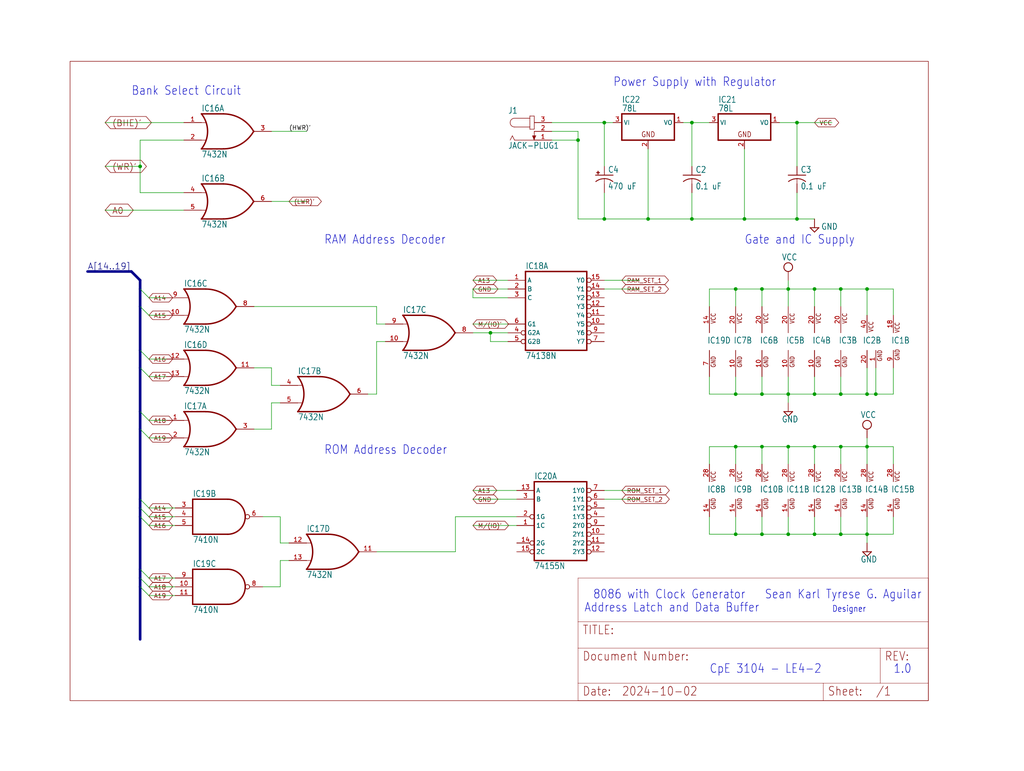
<source format=kicad_sch>
(kicad_sch (version 20231120) (generator "eeschema") (generator_version "8.0")
  (paper "User" 297.002 223.571)
  (lib_symbols
    (symbol "Aguilar_LE4-2-eagle-import:2063"
      (property "Reference" "IC" (at -0.635 -0.635 0))
      (symbol "2063_1_0"
        (pin input line (at -15.24 20.32 0) (length 5.08) (name "A0") (number "10"))
        (pin bidirectional line (at 10.16 20.32 180) (length 5.08) (name "D0") (number "11"))
        (pin bidirectional line (at 10.16 17.78 180) (length 5.08) (name "D1") (number "12"))
        (pin bidirectional line (at 10.16 15.24 180) (length 5.08) (name "D2") (number "13"))
        (pin bidirectional line (at 10.16 12.7 180) (length 5.08) (name "D3") (number "15"))
        (pin bidirectional line (at 10.16 10.16 180) (length 5.08) (name "D4") (number "16"))
        (pin bidirectional line (at 10.16 7.62 180) (length 5.08) (name "D5") (number "17"))
        (pin bidirectional line (at 10.16 5.08 180) (length 5.08) (name "D6") (number "18"))
        (pin bidirectional line (at 10.16 2.54 180) (length 5.08) (name "D7") (number "19"))
        (pin input line (at -15.24 -10.16 0) (length 5.08) (name "A12") (number "2"))
        (pin input inverted (at -15.24 -15.24 0) (length 5.08) (name "~{CS1}") (number "20"))
        (pin input line (at -15.24 -5.08 0) (length 5.08) (name "A10") (number "21"))
        (pin input inverted (at -15.24 -22.86 0) (length 5.08) (name "~{OE}") (number "22"))
        (pin input line (at -15.24 -7.62 0) (length 5.08) (name "A11") (number "23"))
        (pin input line (at -15.24 -2.54 0) (length 5.08) (name "A9") (number "24"))
        (pin input line (at -15.24 0 0) (length 5.08) (name "A8") (number "25"))
        (pin input line (at -15.24 -17.78 0) (length 5.08) (name "CS2") (number "26"))
        (pin input inverted (at -15.24 -20.32 0) (length 5.08) (name "~{WE}") (number "27"))
        (pin input line (at -15.24 2.54 0) (length 5.08) (name "A7") (number "3"))
        (pin input line (at -15.24 5.08 0) (length 5.08) (name "A6") (number "4"))
        (pin input line (at -15.24 7.62 0) (length 5.08) (name "A5") (number "5"))
        (pin input line (at -15.24 10.16 0) (length 5.08) (name "A4") (number "6"))
        (pin input line (at -15.24 12.7 0) (length 5.08) (name "A3") (number "7"))
        (pin input line (at -15.24 15.24 0) (length 5.08) (name "A2") (number "8"))
        (pin input line (at -15.24 17.78 0) (length 5.08) (name "A1") (number "9"))
      )
      (symbol "2063_2_0"
        (text "GND" (at 1.905 -5.588 900) (effects (font (size 1.27 1.0795)) (justify left bottom)))
        (text "VCC" (at 1.905 2.413 900) (effects (font (size 1.27 1.0795)) (justify left bottom)))
        (pin power_in line (at 0 -7.62 90) (length 5.08) (name "GND") (number "14"))
        (pin power_in line (at 0 7.62 270) (length 5.08) (name "VCC") (number "28"))
      )
    )
    (symbol "Aguilar_LE4-2-eagle-import:2764"
      (property "Reference" "IC" (at -0.635 -0.635 0))
      (symbol "2764_1_0"
        (pin input line (at -15.24 -22.86 0) (length 5.08) (name "VPP") (number "1"))
        (pin input line (at -15.24 20.32 0) (length 5.08) (name "A0") (number "10"))
        (pin tri_state line (at 10.16 20.32 180) (length 5.08) (name "O0") (number "11"))
        (pin tri_state line (at 10.16 17.78 180) (length 5.08) (name "O1") (number "12"))
        (pin tri_state line (at 10.16 15.24 180) (length 5.08) (name "O2") (number "13"))
        (pin tri_state line (at 10.16 12.7 180) (length 5.08) (name "O3") (number "15"))
        (pin tri_state line (at 10.16 10.16 180) (length 5.08) (name "O4") (number "16"))
        (pin tri_state line (at 10.16 7.62 180) (length 5.08) (name "O5") (number "17"))
        (pin tri_state line (at 10.16 5.08 180) (length 5.08) (name "O6") (number "18"))
        (pin tri_state line (at 10.16 2.54 180) (length 5.08) (name "O7") (number "19"))
        (pin input line (at -15.24 -10.16 0) (length 5.08) (name "A12") (number "2"))
        (pin input line (at -15.24 -15.24 0) (length 5.08) (name "~{CE}") (number "20"))
        (pin input line (at -15.24 -5.08 0) (length 5.08) (name "A10") (number "21"))
        (pin input line (at -15.24 -17.78 0) (length 5.08) (name "~{OE}") (number "22"))
        (pin input line (at -15.24 -7.62 0) (length 5.08) (name "A11") (number "23"))
        (pin input line (at -15.24 -2.54 0) (length 5.08) (name "A9") (number "24"))
        (pin input line (at -15.24 0 0) (length 5.08) (name "A8") (number "25"))
        (pin input line (at -15.24 -20.32 0) (length 5.08) (name "~{PGM}") (number "27"))
        (pin input line (at -15.24 2.54 0) (length 5.08) (name "A7") (number "3"))
        (pin input line (at -15.24 5.08 0) (length 5.08) (name "A6") (number "4"))
        (pin input line (at -15.24 7.62 0) (length 5.08) (name "A5") (number "5"))
        (pin input line (at -15.24 10.16 0) (length 5.08) (name "A4") (number "6"))
        (pin input line (at -15.24 12.7 0) (length 5.08) (name "A3") (number "7"))
        (pin input line (at -15.24 15.24 0) (length 5.08) (name "A2") (number "8"))
        (pin input line (at -15.24 17.78 0) (length 5.08) (name "A1") (number "9"))
      )
      (symbol "2764_2_0"
        (text "GND" (at 1.905 -5.588 900) (effects (font (size 1.27 1.0795)) (justify left bottom)))
        (text "VCC" (at 1.905 2.413 900) (effects (font (size 1.27 1.0795)) (justify left bottom)))
        (pin power_in line (at 0 -7.62 90) (length 5.08) (name "GND") (number "14"))
        (pin power_in line (at 0 7.62 270) (length 5.08) (name "VCC") (number "28"))
      )
    )
    (symbol "Aguilar_LE4-2-eagle-import:7410N"
      (property "Reference" "IC" (at -0.635 -0.635 0))
      (symbol "7410N_1_0"
        (pin input line (at -12.7 2.54 0) (length 5.08) (name "I0") (number "1"))
        (pin output inverted (at 12.7 0 180) (length 5.08) (name "O") (number "12"))
        (pin input line (at -12.7 -2.54 0) (length 5.08) (name "I2") (number "13"))
        (pin input line (at -12.7 0 0) (length 5.08) (name "I1") (number "2"))
      )
      (symbol "7410N_2_0"
        (pin input line (at -12.7 2.54 0) (length 5.08) (name "I0") (number "3"))
        (pin input line (at -12.7 0 0) (length 5.08) (name "I1") (number "4"))
        (pin input line (at -12.7 -2.54 0) (length 5.08) (name "I2") (number "5"))
        (pin output inverted (at 12.7 0 180) (length 5.08) (name "O") (number "6"))
      )
      (symbol "7410N_3_0"
        (pin input line (at -12.7 0 0) (length 5.08) (name "I1") (number "10"))
        (pin input line (at -12.7 -2.54 0) (length 5.08) (name "I2") (number "11"))
        (pin output inverted (at 12.7 0 180) (length 5.08) (name "O") (number "8"))
        (pin input line (at -12.7 2.54 0) (length 5.08) (name "I0") (number "9"))
      )
      (symbol "7410N_4_0"
        (text "GND" (at 1.905 -7.62 900) (effects (font (size 1.27 1.0795)) (justify left bottom)))
        (text "VCC" (at 1.905 5.08 900) (effects (font (size 1.27 1.0795)) (justify left bottom)))
        (pin power_in line (at 0 10.16 270) (length 7.62) (name "VCC") (number "14"))
        (pin power_in line (at 0 -10.16 90) (length 7.62) (name "GND") (number "7"))
      )
    )
    (symbol "Aguilar_LE4-2-eagle-import:74138N"
      (property "Reference" "IC" (at -0.635 -0.635 0))
      (symbol "74138N_1_0"
        (pin input line (at -15.24 7.62 0) (length 5.08) (name "A") (number "1"))
        (pin output inverted (at 12.7 -5.08 180) (length 5.08) (name "Y5") (number "10"))
        (pin output inverted (at 12.7 -2.54 180) (length 5.08) (name "Y4") (number "11"))
        (pin output inverted (at 12.7 0 180) (length 5.08) (name "Y3") (number "12"))
        (pin output inverted (at 12.7 2.54 180) (length 5.08) (name "Y2") (number "13"))
        (pin output inverted (at 12.7 5.08 180) (length 5.08) (name "Y1") (number "14"))
        (pin output inverted (at 12.7 7.62 180) (length 5.08) (name "Y0") (number "15"))
        (pin input line (at -15.24 5.08 0) (length 5.08) (name "B") (number "2"))
        (pin input line (at -15.24 2.54 0) (length 5.08) (name "C") (number "3"))
        (pin input inverted (at -15.24 -7.62 0) (length 5.08) (name "G2A") (number "4"))
        (pin input inverted (at -15.24 -10.16 0) (length 5.08) (name "G2B") (number "5"))
        (pin input line (at -15.24 -5.08 0) (length 5.08) (name "G1") (number "6"))
        (pin output inverted (at 12.7 -10.16 180) (length 5.08) (name "Y7") (number "7"))
        (pin output inverted (at 12.7 -7.62 180) (length 5.08) (name "Y6") (number "9"))
      )
      (symbol "74138N_2_0"
        (text "GND" (at 1.905 -7.62 900) (effects (font (size 1.27 1.0795)) (justify left bottom)))
        (text "VCC" (at 1.905 5.08 900) (effects (font (size 1.27 1.0795)) (justify left bottom)))
        (pin power_in line (at 0 10.16 270) (length 7.62) (name "VCC") (number "16"))
        (pin power_in line (at 0 -10.16 90) (length 7.62) (name "GND") (number "8"))
      )
    )
    (symbol "Aguilar_LE4-2-eagle-import:74155N"
      (property "Reference" "IC" (at -0.635 -0.635 0))
      (symbol "74155N_1_0"
        (pin input line (at -12.7 -2.54 0) (length 5.08) (name "1C") (number "1"))
        (pin output inverted (at 12.7 -5.08 180) (length 5.08) (name "2Y1") (number "10"))
        (pin output inverted (at 12.7 -7.62 180) (length 5.08) (name "2Y2") (number "11"))
        (pin output inverted (at 12.7 -10.16 180) (length 5.08) (name "2Y3") (number "12"))
        (pin input line (at -12.7 7.62 0) (length 5.08) (name "A") (number "13"))
        (pin input inverted (at -12.7 -7.62 0) (length 5.08) (name "2G") (number "14"))
        (pin input inverted (at -12.7 -10.16 0) (length 5.08) (name "2C") (number "15"))
        (pin input inverted (at -12.7 0 0) (length 5.08) (name "1G") (number "2"))
        (pin input line (at -12.7 5.08 0) (length 5.08) (name "B") (number "3"))
        (pin output inverted (at 12.7 0 180) (length 5.08) (name "1Y3") (number "4"))
        (pin output inverted (at 12.7 2.54 180) (length 5.08) (name "1Y2") (number "5"))
        (pin output inverted (at 12.7 5.08 180) (length 5.08) (name "1Y1") (number "6"))
        (pin output inverted (at 12.7 7.62 180) (length 5.08) (name "1Y0") (number "7"))
        (pin output inverted (at 12.7 -2.54 180) (length 5.08) (name "2Y0") (number "9"))
      )
      (symbol "74155N_2_0"
        (text "GND" (at 1.905 -7.62 900) (effects (font (size 1.27 1.0795)) (justify left bottom)))
        (text "VCC" (at 1.905 5.08 900) (effects (font (size 1.27 1.0795)) (justify left bottom)))
        (pin power_in line (at 0 10.16 270) (length 7.62) (name "VCC") (number "16"))
        (pin power_in line (at 0 -10.16 90) (length 7.62) (name "GND") (number "8"))
      )
    )
    (symbol "Aguilar_LE4-2-eagle-import:74245N"
      (property "Reference" "IC" (at -0.635 -0.635 0))
      (symbol "74245N_1_0"
        (pin input line (at -12.7 -10.16 0) (length 5.08) (name "DIR") (number "1"))
        (pin bidirectional line (at 12.7 -5.08 180) (length 5.08) (name "B8") (number "11"))
        (pin bidirectional line (at 12.7 -2.54 180) (length 5.08) (name "B7") (number "12"))
        (pin bidirectional line (at 12.7 0 180) (length 5.08) (name "B6") (number "13"))
        (pin bidirectional line (at 12.7 2.54 180) (length 5.08) (name "B5") (number "14"))
        (pin bidirectional line (at 12.7 5.08 180) (length 5.08) (name "B4") (number "15"))
        (pin bidirectional line (at 12.7 7.62 180) (length 5.08) (name "B3") (number "16"))
        (pin bidirectional line (at 12.7 10.16 180) (length 5.08) (name "B2") (number "17"))
        (pin bidirectional line (at 12.7 12.7 180) (length 5.08) (name "B1") (number "18"))
        (pin input inverted (at -12.7 -12.7 0) (length 5.08) (name "G") (number "19"))
        (pin bidirectional line (at -12.7 12.7 0) (length 5.08) (name "A1") (number "2"))
        (pin bidirectional line (at -12.7 10.16 0) (length 5.08) (name "A2") (number "3"))
        (pin bidirectional line (at -12.7 7.62 0) (length 5.08) (name "A3") (number "4"))
        (pin bidirectional line (at -12.7 5.08 0) (length 5.08) (name "A4") (number "5"))
        (pin bidirectional line (at -12.7 2.54 0) (length 5.08) (name "A5") (number "6"))
        (pin bidirectional line (at -12.7 0 0) (length 5.08) (name "A6") (number "7"))
        (pin bidirectional line (at -12.7 -2.54 0) (length 5.08) (name "A7") (number "8"))
        (pin bidirectional line (at -12.7 -5.08 0) (length 5.08) (name "A8") (number "9"))
      )
      (symbol "74245N_2_0"
        (text "GND" (at 1.905 -7.62 900) (effects (font (size 1.27 1.0795)) (justify left bottom)))
        (text "VCC" (at 1.905 5.08 900) (effects (font (size 1.27 1.0795)) (justify left bottom)))
        (pin power_in line (at 0 -10.16 90) (length 7.62) (name "GND") (number "10"))
        (pin power_in line (at 0 10.16 270) (length 7.62) (name "VCC") (number "20"))
      )
    )
    (symbol "Aguilar_LE4-2-eagle-import:7432N"
      (property "Reference" "IC" (at -0.635 -0.635 0))
      (symbol "7432N_1_0"
        (pin input line (at -12.7 2.54 0) (length 5.08) (name "I0") (number "1"))
        (pin input line (at -12.7 -2.54 0) (length 5.08) (name "I1") (number "2"))
        (pin output line (at 12.7 0 180) (length 5.08) (name "O") (number "3"))
      )
      (symbol "7432N_2_0"
        (pin input line (at -12.7 2.54 0) (length 5.08) (name "I0") (number "4"))
        (pin input line (at -12.7 -2.54 0) (length 5.08) (name "I1") (number "5"))
        (pin output line (at 12.7 0 180) (length 5.08) (name "O") (number "6"))
      )
      (symbol "7432N_3_0"
        (pin input line (at -12.7 -2.54 0) (length 5.08) (name "I1") (number "10"))
        (pin output line (at 12.7 0 180) (length 5.08) (name "O") (number "8"))
        (pin input line (at -12.7 2.54 0) (length 5.08) (name "I0") (number "9"))
      )
      (symbol "7432N_4_0"
        (pin output line (at 12.7 0 180) (length 5.08) (name "O") (number "11"))
        (pin input line (at -12.7 2.54 0) (length 5.08) (name "I0") (number "12"))
        (pin input line (at -12.7 -2.54 0) (length 5.08) (name "I1") (number "13"))
      )
      (symbol "7432N_5_0"
        (text "GND" (at 1.905 -7.62 900) (effects (font (size 1.27 1.0795)) (justify left bottom)))
        (text "VCC" (at 1.905 5.08 900) (effects (font (size 1.27 1.0795)) (justify left bottom)))
        (pin power_in line (at 0 10.16 270) (length 7.62) (name "VCC") (number "14"))
        (pin power_in line (at 0 -10.16 90) (length 7.62) (name "GND") (number "7"))
      )
    )
    (symbol "Aguilar_LE4-2-eagle-import:74373N"
      (property "Reference" "IC" (at -0.635 -0.635 0))
      (symbol "74373N_1_0"
        (pin input inverted (at -12.7 -10.16 0) (length 5.08) (name "OC") (number "1"))
        (pin input line (at -12.7 -12.7 0) (length 5.08) (name "ENC") (number "11"))
        (pin tri_state line (at 12.7 2.54 180) (length 5.08) (name "5Q") (number "12"))
        (pin input line (at -12.7 2.54 0) (length 5.08) (name "5D") (number "13"))
        (pin input line (at -12.7 0 0) (length 5.08) (name "6D") (number "14"))
        (pin tri_state line (at 12.7 0 180) (length 5.08) (name "6Q") (number "15"))
        (pin tri_state line (at 12.7 -2.54 180) (length 5.08) (name "7Q") (number "16"))
        (pin input line (at -12.7 -2.54 0) (length 5.08) (name "7D") (number "17"))
        (pin input line (at -12.7 -5.08 0) (length 5.08) (name "8D") (number "18"))
        (pin tri_state line (at 12.7 -5.08 180) (length 5.08) (name "8Q") (number "19"))
        (pin tri_state line (at 12.7 12.7 180) (length 5.08) (name "1Q") (number "2"))
        (pin input line (at -12.7 12.7 0) (length 5.08) (name "1D") (number "3"))
        (pin input line (at -12.7 10.16 0) (length 5.08) (name "2D") (number "4"))
        (pin tri_state line (at 12.7 10.16 180) (length 5.08) (name "2Q") (number "5"))
        (pin tri_state line (at 12.7 7.62 180) (length 5.08) (name "3Q") (number "6"))
        (pin input line (at -12.7 7.62 0) (length 5.08) (name "3D") (number "7"))
        (pin input line (at -12.7 5.08 0) (length 5.08) (name "4D") (number "8"))
        (pin tri_state line (at 12.7 5.08 180) (length 5.08) (name "4Q") (number "9"))
      )
      (symbol "74373N_2_0"
        (text "GND" (at 1.905 -7.62 900) (effects (font (size 1.27 1.0795)) (justify left bottom)))
        (text "VCC" (at 1.905 5.08 900) (effects (font (size 1.27 1.0795)) (justify left bottom)))
        (pin power_in line (at 0 -10.16 90) (length 7.62) (name "GND") (number "10"))
        (pin power_in line (at 0 10.16 270) (length 7.62) (name "VCC") (number "20"))
      )
    )
    (symbol "Aguilar_LE4-2-eagle-import:78L"
      (property "Reference" "IC" (at -7.62 5.715 0))
      (symbol "78L_1_0"
        (text "GND" (at -2.032 -4.318 0) (effects (font (size 1.524 1.2954)) (justify left bottom)))
        (pin passive line (at 10.16 0 180) (length 2.54) (name "VO") (number "1"))
        (pin passive line (at 0 -7.62 90) (length 2.54) (name "GND") (number "2"))
        (pin input line (at -10.16 0 0) (length 2.54) (name "VI") (number "3"))
      )
    )
    (symbol "Aguilar_LE4-2-eagle-import:8086"
      (property "Reference" "IC" (at -1.27 -0.635 0))
      (symbol "8086_1_0"
        (pin bidirectional line (at -15.24 7.62 0) (length 5.08) (name "AD6") (number "10"))
        (pin bidirectional line (at -15.24 10.16 0) (length 5.08) (name "AD5") (number "11"))
        (pin bidirectional line (at -15.24 12.7 0) (length 5.08) (name "AD4") (number "12"))
        (pin bidirectional line (at -15.24 15.24 0) (length 5.08) (name "AD3") (number "13"))
        (pin bidirectional line (at -15.24 17.78 0) (length 5.08) (name "AD2") (number "14"))
        (pin bidirectional line (at -15.24 20.32 0) (length 5.08) (name "AD1") (number "15"))
        (pin bidirectional line (at -15.24 22.86 0) (length 5.08) (name "AD0") (number "16"))
        (pin input line (at -15.24 -27.94 0) (length 5.08) (name "NMI") (number "17"))
        (pin input line (at -15.24 -22.86 0) (length 5.08) (name "INTR") (number "18"))
        (pin input line (at -15.24 -30.48 0) (length 5.08) (name "CLK") (number "19"))
        (pin bidirectional line (at -15.24 -12.7 0) (length 5.08) (name "AD14") (number "2"))
        (pin input line (at -15.24 -35.56 0) (length 5.08) (name "RESET") (number "21"))
        (pin input line (at -15.24 -20.32 0) (length 5.08) (name "READY") (number "22"))
        (pin input line (at -15.24 -25.4 0) (length 5.08) (name "~{TEST}") (number "23"))
        (pin output line (at 15.24 -27.94 180) (length 5.08) (name "QS1") (number "24"))
        (pin output line (at 15.24 -25.4 180) (length 5.08) (name "QS0") (number "25"))
        (pin output line (at 15.24 2.54 180) (length 5.08) (name "~{S0}") (number "26"))
        (pin output line (at 15.24 0 180) (length 5.08) (name "~{S1}") (number "27"))
        (pin output line (at 15.24 -2.54 180) (length 5.08) (name "~{S2}") (number "28"))
        (pin output line (at 15.24 -22.86 180) (length 5.08) (name "~{LOCK}") (number "29"))
        (pin bidirectional line (at -15.24 -10.16 0) (length 5.08) (name "AD13") (number "3"))
        (pin bidirectional line (at 15.24 20.32 180) (length 5.08) (name "~{RQ}/~{GT1}") (number "30"))
        (pin bidirectional line (at 15.24 22.86 180) (length 5.08) (name "~{RQ}/~{GT0}") (number "31"))
        (pin output line (at 15.24 -20.32 180) (length 5.08) (name "~{RD}") (number "32"))
        (pin input line (at -15.24 -33.02 0) (length 5.08) (name "MN/~{MX}") (number "33"))
        (pin output line (at 15.24 -17.78 180) (length 5.08) (name "~{BHE}/S7") (number "34"))
        (pin output line (at 15.24 7.62 180) (length 5.08) (name "A19/S6") (number "35"))
        (pin output line (at 15.24 10.16 180) (length 5.08) (name "A18/S5") (number "36"))
        (pin output line (at 15.24 12.7 180) (length 5.08) (name "A17/S4") (number "37"))
        (pin output line (at 15.24 15.24 180) (length 5.08) (name "A16/S3") (number "38"))
        (pin bidirectional line (at -15.24 -15.24 0) (length 5.08) (name "AD15") (number "39"))
        (pin bidirectional line (at -15.24 -7.62 0) (length 5.08) (name "AD12") (number "4"))
        (pin bidirectional line (at -15.24 -5.08 0) (length 5.08) (name "AD11") (number "5"))
        (pin bidirectional line (at -15.24 -2.54 0) (length 5.08) (name "AD10") (number "6"))
        (pin bidirectional line (at -15.24 0 0) (length 5.08) (name "AD9") (number "7"))
        (pin bidirectional line (at -15.24 2.54 0) (length 5.08) (name "AD8") (number "8"))
        (pin bidirectional line (at -15.24 5.08 0) (length 5.08) (name "AD7") (number "9"))
      )
      (symbol "8086_2_0"
        (text "GND" (at 4.445 -5.842 900) (effects (font (size 1.27 1.0795)) (justify left bottom)))
        (text "VCC" (at 1.905 2.667 900) (effects (font (size 1.27 1.0795)) (justify left bottom)))
        (pin power_in line (at 2.54 -7.62 90) (length 5.08) (name "GND@1") (number "1"))
        (pin power_in line (at 0 -7.62 90) (length 5.08) (name "GND") (number "20"))
        (pin power_in line (at 0 7.62 270) (length 5.08) (name "VCC") (number "40"))
      )
    )
    (symbol "Aguilar_LE4-2-eagle-import:8284-B"
      (property "Reference" "IC" (at -0.635 -0.635 0))
      (symbol "8284-B_1_0"
        (pin input line (at -15.24 -2.54 0) (length 5.08) (name "CSYNC") (number "1"))
        (pin output line (at 15.24 -20.32 180) (length 5.08) (name "RESET") (number "10"))
        (pin input line (at -15.24 -20.32 0) (length 5.08) (name "~{RES}") (number "11"))
        (pin output line (at 15.24 -15.24 180) (length 5.08) (name "OSC") (number "12"))
        (pin input line (at -15.24 -15.24 0) (length 5.08) (name "F/~{C}") (number "13"))
        (pin input line (at -15.24 -17.78 0) (length 5.08) (name "EFI") (number "14"))
        (pin input line (at -15.24 0 0) (length 5.08) (name "~{ASYNC}") (number "15"))
        (pin input line (at -15.24 -10.16 0) (length 5.08) (name "X2") (number "16"))
        (pin input line (at -15.24 -7.62 0) (length 5.08) (name "X1") (number "17"))
        (pin output line (at 15.24 -12.7 180) (length 5.08) (name "PCLK") (number "2"))
        (pin input line (at -15.24 15.24 0) (length 5.08) (name "~{AEN1}") (number "3"))
        (pin input line (at -15.24 7.62 0) (length 5.08) (name "RDY1") (number "4"))
        (pin output line (at 15.24 -7.62 180) (length 5.08) (name "READY") (number "5"))
        (pin input line (at -15.24 5.08 0) (length 5.08) (name "RDY2") (number "6"))
        (pin input line (at -15.24 12.7 0) (length 5.08) (name "~{AEN2}") (number "7"))
        (pin output line (at 15.24 -10.16 180) (length 5.08) (name "CLK") (number "8"))
      )
      (symbol "8284-B_2_0"
        (text "GND" (at 1.905 -5.588 900) (effects (font (size 1.27 1.0795)) (justify left bottom)))
        (text "VCC" (at 1.905 2.413 900) (effects (font (size 1.27 1.0795)) (justify left bottom)))
        (pin power_in line (at 0 7.62 270) (length 5.08) (name "VCC") (number "18"))
        (pin power_in line (at 0 -7.62 90) (length 5.08) (name "GND") (number "9"))
      )
    )
    (symbol "Aguilar_LE4-2-eagle-import:C-US025-025X050"
      (property "Reference" "C" (at 1.016 0.635 0))
      (symbol "C-US025-025X050_1_0"
        (pin passive line (at 0 2.54 270) (length 2.54) (name "1") (number "1"))
        (pin passive line (at 0 -5.08 90) (length 2.54) (name "2") (number "2"))
      )
    )
    (symbol "Aguilar_LE4-2-eagle-import:CPOL-USE1.8-4"
      (property "Reference" "C" (at 1.016 0.635 0))
      (symbol "CPOL-USE1.8-4_1_0"
        (pin passive line (at 0 2.54 270) (length 2.54) (name "+") (number "+"))
        (pin passive line (at 0 -5.08 90) (length 2.54) (name "-") (number "-"))
      )
    )
    (symbol "Aguilar_LE4-2-eagle-import:GND" (power)
      (symbol "GND_1_0"
        (pin power_in line (at 0 2.54 270) (length 2.54) (name "GND") (number "1"))
      )
    )
    (symbol "Aguilar_LE4-2-eagle-import:JACK-PLUG1"
      (property "Reference" "J" (at -7.62 5.08 0))
      (symbol "JACK-PLUG1_1_0"
        (pin passive line (at 5.08 -2.54 180) (length 5.08) (name "1") (number "1"))
        (pin passive line (at 5.08 0 180) (length 5.08) (name "2") (number "2"))
        (pin passive line (at 5.08 2.54 180) (length 5.08) (name "3") (number "3"))
      )
    )
    (symbol "Aguilar_LE4-2-eagle-import:LETTER_L"
      (symbol "LETTER_L_2_0"
        (text "${#}/${##}" (at 86.36 1.27 0) (effects (font (size 2.54 2.159)) (justify left bottom)))
        (text "${PROJECTNAME}" (at 17.78 19.05 0) (effects (font (size 2.54 2.159)) (justify left bottom)))
        (text "2024-10-02" (at 12.7 1.27 0) (effects (font (size 2.54 2.159)) (justify left bottom)))
        (text "Date:" (at 1.27 1.27 0) (effects (font (size 2.54 2.159)) (justify left bottom)))
        (text "Document Number:" (at 1.27 11.43 0) (effects (font (size 2.54 2.159)) (justify left bottom)))
        (text "REV:" (at 88.9 11.43 0) (effects (font (size 2.54 2.159)) (justify left bottom)))
        (text "Sheet:" (at 72.39 1.27 0) (effects (font (size 2.54 2.159)) (justify left bottom)))
        (text "TITLE:" (at 1.27 19.05 0) (effects (font (size 2.54 2.159)) (justify left bottom)))
      )
    )
    (symbol "Aguilar_LE4-2-eagle-import:VCC" (power)
      (symbol "VCC_1_0"
        (pin power_in line (at 0 -2.54 90) (length 2.54) (name "VCC") (number "1"))
      )
    )
    (symbol "LETTER_L_1"
      (symbol "LETTER_L_1_2_0"
        (text "${#}/${##}" (at 86.36 1.27 0) (effects (font (size 2.54 2.159)) (justify left bottom)))
        (text "${PROJECTNAME}" (at 17.78 19.05 0) (effects (font (size 2.54 2.159)) (justify left bottom)))
        (text "2024-10-02" (at 12.7 1.27 0) (effects (font (size 2.54 2.159)) (justify left bottom)))
        (text "Date:" (at 1.27 1.27 0) (effects (font (size 2.54 2.159)) (justify left bottom)))
        (text "Document Number:" (at 1.27 11.43 0) (effects (font (size 2.54 2.159)) (justify left bottom)))
        (text "REV:" (at 88.9 11.43 0) (effects (font (size 2.54 2.159)) (justify left bottom)))
        (text "Sheet:" (at 72.39 1.27 0) (effects (font (size 2.54 2.159)) (justify left bottom)))
        (text "TITLE:" (at 1.27 19.05 0) (effects (font (size 2.54 2.159)) (justify left bottom)))
      )
    )
  )
  (junction (at 236.22 83.82))
  (junction (at 167.64 40.64))
  (junction (at 220.98 154.94))
  (junction (at 243.84 114.3))
  (junction (at 142.24 96.52))
  (junction (at 220.98 83.82))
  (junction (at 213.36 154.94))
  (junction (at 200.66 35.56))
  (junction (at 228.6 114.3))
  (junction (at 175.26 35.56))
  (junction (at 251.46 129.54))
  (junction (at 236.22 114.3))
  (junction (at 243.84 83.82))
  (junction (at 228.6 83.82))
  (junction (at 200.66 63.5))
  (junction (at 251.46 114.3))
  (junction (at 251.46 83.82))
  (junction (at 231.14 35.56))
  (junction (at 213.36 129.54))
  (junction (at 175.26 63.5))
  (junction (at 213.36 114.3))
  (junction (at 254 114.3))
  (junction (at 243.84 154.94))
  (junction (at 243.84 129.54))
  (junction (at 228.6 154.94))
  (junction (at 228.6 129.54))
  (junction (at 215.9 63.5))
  (junction (at 231.14 63.5))
  (junction (at 220.98 129.54))
  (junction (at 220.98 114.3))
  (junction (at 213.36 83.82))
  (junction (at 187.96 63.5))
  (junction (at 236.22 129.54))
  (junction (at 236.22 154.94))
  (junction (at 251.46 154.94))
  (junction (at 40.64 48.26))
  (bus_entry (at 43.18 121.92) (size -2.54 -2.54))
  (bus_entry (at 43.18 86.36) (size -2.54 -2.54))
  (bus_entry (at 43.18 109.22) (size -2.54 -2.54))
  (bus_entry (at 43.18 170.18) (size -2.54 -2.54))
  (bus_entry (at 43.18 152.4) (size -2.54 -2.54))
  (bus_entry (at 43.18 147.32) (size -2.54 -2.54))
  (bus_entry (at 43.18 172.72) (size -2.54 -2.54))
  (bus_entry (at 43.18 91.44) (size -2.54 -2.54))
  (bus_entry (at 43.18 149.86) (size -2.54 -2.54))
  (bus_entry (at 43.18 167.64) (size -2.54 -2.54))
  (bus_entry (at 43.18 104.14) (size -2.54 -2.54))
  (bus_entry (at 43.18 127) (size -2.54 -2.54))
  (wire (pts (xy 81.28 162.56) (xy 83.82 162.56)) (stroke (width 0.1524)))
  (wire (pts (xy 50.8 167.64) (xy 43.18 167.64)) (stroke (width 0.1524)))
  (wire (pts (xy 175.26 144.78) (xy 185.42 144.78)) (stroke (width 0.1524)))
  (wire (pts (xy 243.84 154.94) (xy 251.46 154.94)) (stroke (width 0.1524)))
  (wire (pts (xy 40.64 55.88) (xy 40.64 48.26)) (stroke (width 0.1524)))
  (wire (pts (xy 48.26 104.14) (xy 43.18 104.14)) (stroke (width 0.1524)))
  (wire (pts (xy 220.98 129.54) (xy 220.98 134.62)) (stroke (width 0.1524)))
  (wire (pts (xy 81.28 149.86) (xy 81.28 157.48)) (stroke (width 0.1524)))
  (wire (pts (xy 251.46 154.94) (xy 251.46 149.86)) (stroke (width 0.1524)))
  (wire (pts (xy 160.02 40.64) (xy 167.64 40.64)) (stroke (width 0.1524)))
  (bus (pts (xy 40.64 149.86) (xy 40.64 165.1)) (stroke (width 0.762)))
  (wire (pts (xy 187.96 63.5) (xy 175.26 63.5)) (stroke (width 0.1524)))
  (wire (pts (xy 198.12 35.56) (xy 200.66 35.56)) (stroke (width 0.1524)))
  (wire (pts (xy 187.96 43.18) (xy 187.96 63.5)) (stroke (width 0.1524)))
  (wire (pts (xy 213.36 83.82) (xy 220.98 83.82)) (stroke (width 0.1524)))
  (wire (pts (xy 137.16 96.52) (xy 142.24 96.52)) (stroke (width 0.1524)))
  (wire (pts (xy 251.46 154.94) (xy 259.08 154.94)) (stroke (width 0.1524)))
  (wire (pts (xy 226.06 35.56) (xy 231.14 35.56)) (stroke (width 0.1524)))
  (wire (pts (xy 205.74 154.94) (xy 213.36 154.94)) (stroke (width 0.1524)))
  (bus (pts (xy 40.64 167.64) (xy 40.64 170.18)) (stroke (width 0.762)))
  (bus (pts (xy 40.64 119.38) (xy 40.64 124.46)) (stroke (width 0.762)))
  (wire (pts (xy 48.26 109.22) (xy 43.18 109.22)) (stroke (width 0.1524)))
  (wire (pts (xy 40.64 48.26) (xy 40.64 40.64)) (stroke (width 0.1524)))
  (wire (pts (xy 228.6 154.94) (xy 236.22 154.94)) (stroke (width 0.1524)))
  (wire (pts (xy 228.6 114.3) (xy 236.22 114.3)) (stroke (width 0.1524)))
  (wire (pts (xy 53.34 55.88) (xy 40.64 55.88)) (stroke (width 0.1524)))
  (wire (pts (xy 50.8 152.4) (xy 43.18 152.4)) (stroke (width 0.1524)))
  (wire (pts (xy 231.14 63.5) (xy 236.22 63.5)) (stroke (width 0.1524)))
  (wire (pts (xy 40.64 40.64) (xy 53.34 40.64)) (stroke (width 0.1524)))
  (wire (pts (xy 109.22 160.02) (xy 132.08 160.02)) (stroke (width 0.1524)))
  (wire (pts (xy 137.16 86.36) (xy 147.32 86.36)) (stroke (width 0.1524)))
  (wire (pts (xy 213.36 129.54) (xy 220.98 129.54)) (stroke (width 0.1524)))
  (wire (pts (xy 220.98 129.54) (xy 228.6 129.54)) (stroke (width 0.1524)))
  (wire (pts (xy 236.22 83.82) (xy 236.22 88.9)) (stroke (width 0.1524)))
  (wire (pts (xy 205.74 149.86) (xy 205.74 154.94)) (stroke (width 0.1524)))
  (wire (pts (xy 147.32 81.28) (xy 137.16 81.28)) (stroke (width 0.1524)))
  (wire (pts (xy 142.24 96.52) (xy 142.24 99.06)) (stroke (width 0.1524)))
  (wire (pts (xy 78.74 38.1) (xy 88.9 38.1)) (stroke (width 0.1524)))
  (wire (pts (xy 220.98 154.94) (xy 228.6 154.94)) (stroke (width 0.1524)))
  (wire (pts (xy 167.64 38.1) (xy 167.64 40.64)) (stroke (width 0.1524)))
  (wire (pts (xy 243.84 83.82) (xy 243.84 88.9)) (stroke (width 0.1524)))
  (wire (pts (xy 236.22 83.82) (xy 243.84 83.82)) (stroke (width 0.1524)))
  (wire (pts (xy 220.98 83.82) (xy 228.6 83.82)) (stroke (width 0.1524)))
  (wire (pts (xy 254 114.3) (xy 259.08 114.3)) (stroke (width 0.1524)))
  (wire (pts (xy 236.22 129.54) (xy 236.22 134.62)) (stroke (width 0.1524)))
  (wire (pts (xy 220.98 154.94) (xy 220.98 149.86)) (stroke (width 0.1524)))
  (wire (pts (xy 251.46 83.82) (xy 251.46 91.44)) (stroke (width 0.1524)))
  (wire (pts (xy 175.26 55.88) (xy 175.26 63.5)) (stroke (width 0.1524)))
  (wire (pts (xy 220.98 114.3) (xy 228.6 114.3)) (stroke (width 0.1524)))
  (wire (pts (xy 149.86 142.24) (xy 137.16 142.24)) (stroke (width 0.1524)))
  (wire (pts (xy 243.84 83.82) (xy 251.46 83.82)) (stroke (width 0.1524)))
  (wire (pts (xy 213.36 88.9) (xy 213.36 83.82)) (stroke (width 0.1524)))
  (wire (pts (xy 231.14 35.56) (xy 241.3 35.56)) (stroke (width 0.1524)))
  (wire (pts (xy 175.26 48.26) (xy 175.26 35.56)) (stroke (width 0.1524)))
  (wire (pts (xy 205.74 83.82) (xy 205.74 88.9)) (stroke (width 0.1524)))
  (wire (pts (xy 50.8 172.72) (xy 43.18 172.72)) (stroke (width 0.1524)))
  (bus (pts (xy 40.64 124.46) (xy 40.64 144.78)) (stroke (width 0.762)))
  (wire (pts (xy 213.36 129.54) (xy 213.36 134.62)) (stroke (width 0.1524)))
  (bus (pts (xy 40.64 88.9) (xy 40.64 101.6)) (stroke (width 0.762)))
  (wire (pts (xy 73.66 88.9) (xy 109.22 88.9)) (stroke (width 0.1524)))
  (wire (pts (xy 78.74 58.42) (xy 88.9 58.42)) (stroke (width 0.1524)))
  (wire (pts (xy 259.08 154.94) (xy 259.08 149.86)) (stroke (width 0.1524)))
  (wire (pts (xy 243.84 129.54) (xy 243.84 134.62)) (stroke (width 0.1524)))
  (wire (pts (xy 40.64 48.26) (xy 30.48 48.26)) (stroke (width 0.1524)))
  (wire (pts (xy 243.84 129.54) (xy 251.46 129.54)) (stroke (width 0.1524)))
  (wire (pts (xy 137.16 83.82) (xy 137.16 86.36)) (stroke (width 0.1524)))
  (wire (pts (xy 236.22 154.94) (xy 243.84 154.94)) (stroke (width 0.1524)))
  (wire (pts (xy 76.2 170.18) (xy 81.28 170.18)) (stroke (width 0.1524)))
  (wire (pts (xy 175.26 83.82) (xy 185.42 83.82)) (stroke (width 0.1524)))
  (wire (pts (xy 251.46 127) (xy 251.46 129.54)) (stroke (width 0.1524)))
  (wire (pts (xy 228.6 129.54) (xy 236.22 129.54)) (stroke (width 0.1524)))
  (wire (pts (xy 231.14 35.56) (xy 231.14 48.26)) (stroke (width 0.1524)))
  (wire (pts (xy 160.02 35.56) (xy 175.26 35.56)) (stroke (width 0.1524)))
  (wire (pts (xy 205.74 109.22) (xy 205.74 114.3)) (stroke (width 0.1524)))
  (wire (pts (xy 236.22 154.94) (xy 236.22 149.86)) (stroke (width 0.1524)))
  (bus (pts (xy 40.64 165.1) (xy 40.64 167.64)) (stroke (width 0.762)))
  (wire (pts (xy 228.6 129.54) (xy 228.6 134.62)) (stroke (width 0.1524)))
  (wire (pts (xy 78.74 106.68) (xy 78.74 111.76)) (stroke (width 0.1524)))
  (wire (pts (xy 213.36 83.82) (xy 205.74 83.82)) (stroke (width 0.1524)))
  (wire (pts (xy 167.64 40.64) (xy 167.64 63.5)) (stroke (width 0.1524)))
  (wire (pts (xy 243.84 114.3) (xy 243.84 109.22)) (stroke (width 0.1524)))
  (wire (pts (xy 48.26 86.36) (xy 43.18 86.36)) (stroke (width 0.1524)))
  (bus (pts (xy 40.64 81.28) (xy 40.64 83.82)) (stroke (width 0.762)))
  (wire (pts (xy 254 114.3) (xy 254 106.68)) (stroke (width 0.1524)))
  (wire (pts (xy 73.66 124.46) (xy 78.74 124.46)) (stroke (width 0.1524)))
  (wire (pts (xy 109.22 114.3) (xy 109.22 99.06)) (stroke (width 0.1524)))
  (wire (pts (xy 147.32 93.98) (xy 137.16 93.98)) (stroke (width 0.1524)))
  (wire (pts (xy 213.36 154.94) (xy 220.98 154.94)) (stroke (width 0.1524)))
  (wire (pts (xy 215.9 43.18) (xy 215.9 63.5)) (stroke (width 0.1524)))
  (wire (pts (xy 175.26 35.56) (xy 177.8 35.56)) (stroke (width 0.1524)))
  (wire (pts (xy 220.98 114.3) (xy 220.98 109.22)) (stroke (width 0.1524)))
  (wire (pts (xy 251.46 129.54) (xy 259.08 129.54)) (stroke (width 0.1524)))
  (wire (pts (xy 50.8 147.32) (xy 43.18 147.32)) (stroke (width 0.1524)))
  (bus (pts (xy 40.64 106.68) (xy 40.64 119.38)) (stroke (width 0.762)))
  (wire (pts (xy 228.6 116.84) (xy 228.6 114.3)) (stroke (width 0.1524)))
  (wire (pts (xy 53.34 60.96) (xy 30.48 60.96)) (stroke (width 0.1524)))
  (wire (pts (xy 231.14 63.5) (xy 231.14 55.88)) (stroke (width 0.1524)))
  (wire (pts (xy 50.8 170.18) (xy 43.18 170.18)) (stroke (width 0.1524)))
  (wire (pts (xy 73.66 106.68) (xy 78.74 106.68)) (stroke (width 0.1524)))
  (wire (pts (xy 81.28 157.48) (xy 83.82 157.48)) (stroke (width 0.1524)))
  (bus (pts (xy 40.64 101.6) (xy 40.64 106.68)) (stroke (width 0.762)))
  (wire (pts (xy 200.66 63.5) (xy 187.96 63.5)) (stroke (width 0.1524)))
  (wire (pts (xy 48.26 91.44) (xy 43.18 91.44)) (stroke (width 0.1524)))
  (wire (pts (xy 53.34 35.56) (xy 30.48 35.56)) (stroke (width 0.1524)))
  (wire (pts (xy 142.24 99.06) (xy 147.32 99.06)) (stroke (width 0.1524)))
  (wire (pts (xy 228.6 83.82) (xy 236.22 83.82)) (stroke (width 0.1524)))
  (wire (pts (xy 243.84 114.3) (xy 251.46 114.3)) (stroke (width 0.1524)))
  (wire (pts (xy 109.22 93.98) (xy 111.76 93.98)) (stroke (width 0.1524)))
  (wire (pts (xy 48.26 121.92) (xy 43.18 121.92)) (stroke (width 0.1524)))
  (wire (pts (xy 132.08 160.02) (xy 132.08 149.86)) (stroke (width 0.1524)))
  (wire (pts (xy 106.68 114.3) (xy 109.22 114.3)) (stroke (width 0.1524)))
  (wire (pts (xy 213.36 154.94) (xy 213.36 149.86)) (stroke (width 0.1524)))
  (wire (pts (xy 109.22 88.9) (xy 109.22 93.98)) (stroke (width 0.1524)))
  (bus (pts (xy 25.4 78.74) (xy 38.1 78.74)) (stroke (width 0.762)))
  (wire (pts (xy 48.26 127) (xy 43.18 127)) (stroke (width 0.1524)))
  (wire (pts (xy 78.74 124.46) (xy 78.74 116.84)) (stroke (width 0.1524)))
  (wire (pts (xy 259.08 129.54) (xy 259.08 134.62)) (stroke (width 0.1524)))
  (wire (pts (xy 228.6 81.28) (xy 228.6 83.82)) (stroke (width 0.1524)))
  (wire (pts (xy 149.86 144.78) (xy 137.16 144.78)) (stroke (width 0.1524)))
  (wire (pts (xy 132.08 149.86) (xy 149.86 149.86)) (stroke (width 0.1524)))
  (bus (pts (xy 40.64 144.78) (xy 40.64 147.32)) (stroke (width 0.762)))
  (wire (pts (xy 200.66 55.88) (xy 200.66 63.5)) (stroke (width 0.1524)))
  (wire (pts (xy 200.66 63.5) (xy 215.9 63.5)) (stroke (width 0.1524)))
  (wire (pts (xy 228.6 83.82) (xy 228.6 88.9)) (stroke (width 0.1524)))
  (wire (pts (xy 236.22 114.3) (xy 243.84 114.3)) (stroke (width 0.1524)))
  (wire (pts (xy 220.98 83.82) (xy 220.98 88.9)) (stroke (width 0.1524)))
  (wire (pts (xy 213.36 109.22) (xy 213.36 114.3)) (stroke (width 0.1524)))
  (wire (pts (xy 251.46 114.3) (xy 254 114.3)) (stroke (width 0.1524)))
  (wire (pts (xy 213.36 114.3) (xy 220.98 114.3)) (stroke (width 0.1524)))
  (wire (pts (xy 251.46 114.3) (xy 251.46 106.68)) (stroke (width 0.1524)))
  (wire (pts (xy 142.24 96.52) (xy 147.32 96.52)) (stroke (width 0.1524)))
  (wire (pts (xy 251.46 154.94) (xy 251.46 157.48)) (stroke (width 0.1524)))
  (wire (pts (xy 175.26 142.24) (xy 185.42 142.24)) (stroke (width 0.1524)))
  (wire (pts (xy 251.46 129.54) (xy 251.46 134.62)) (stroke (width 0.1524)))
  (wire (pts (xy 215.9 63.5) (xy 231.14 63.5)) (stroke (width 0.1524)))
  (wire (pts (xy 76.2 149.86) (xy 81.28 149.86)) (stroke (width 0.1524)))
  (wire (pts (xy 251.46 83.82) (xy 259.08 83.82)) (stroke (width 0.1524)))
  (wire (pts (xy 149.86 152.4) (xy 137.16 152.4)) (stroke (width 0.1524)))
  (bus (pts (xy 40.64 147.32) (xy 40.64 149.86)) (stroke (width 0.762)))
  (wire (pts (xy 205.74 129.54) (xy 213.36 129.54)) (stroke (width 0.1524)))
  (wire (pts (xy 205.74 134.62) (xy 205.74 129.54)) (stroke (width 0.1524)))
  (wire (pts (xy 259.08 114.3) (xy 259.08 106.68)) (stroke (width 0.1524)))
  (wire (pts (xy 200.66 35.56) (xy 205.74 35.56)) (stroke (width 0.1524)))
  (wire (pts (xy 200.66 48.26) (xy 200.66 35.56)) (stroke (width 0.1524)))
  (wire (pts (xy 50.8 149.86) (xy 43.18 149.86)) (stroke (width 0.1524)))
  (wire (pts (xy 78.74 116.84) (xy 81.28 116.84)) (stroke (width 0.1524)))
  (wire (pts (xy 160.02 38.1) (xy 167.64 38.1)) (stroke (width 0.1524)))
  (wire (pts (xy 236.22 129.54) (xy 243.84 129.54)) (stroke (width 0.1524)))
  (wire (pts (xy 175.26 63.5) (xy 167.64 63.5)) (stroke (width 0.1524)))
  (wire (pts (xy 175.26 81.28) (xy 185.42 81.28)) (stroke (width 0.1524)))
  (wire (pts (xy 109.22 99.06) (xy 111.76 99.06)) (stroke (width 0.1524)))
  (wire (pts (xy 236.22 114.3) (xy 236.22 109.22)) (stroke (width 0.1524)))
  (wire (pts (xy 147.32 83.82) (xy 137.16 83.82)) (stroke (width 0.1524)))
  (wire (pts (xy 228.6 154.94) (xy 228.6 149.86)) (stroke (width 0.1524)))
  (bus (pts (xy 38.1 78.74) (xy 40.64 81.28)) (stroke (width 0.762)))
  (bus (pts (xy 40.64 170.18) (xy 40.64 185.42)) (stroke (width 0.762)))
  (wire (pts (xy 78.74 111.76) (xy 81.28 111.76)) (stroke (width 0.1524)))
  (wire (pts (xy 228.6 114.3) (xy 228.6 109.22)) (stroke (width 0.1524)))
  (wire (pts (xy 81.28 170.18) (xy 81.28 162.56)) (stroke (width 0.1524)))
  (bus (pts (xy 40.64 83.82) (xy 40.64 88.9)) (stroke (width 0.762)))
  (wire (pts (xy 205.74 114.3) (xy 213.36 114.3)) (stroke (width 0.1524)))
  (wire (pts (xy 243.84 154.94) (xy 243.84 149.86)) (stroke (width 0.1524)))
  (wire (pts (xy 259.08 83.82) (xy 259.08 91.44)) (stroke (width 0.1524)))
  (text "Sean Karl Tyrese G. Aguilar" (at 221.742 173.99 0) (effects (font (size 2.54 2.159)) (justify left bottom)))
  (text "8086 with Clock Generator" (at 171.958 173.99 0) (effects (font (size 2.54 2.159)) (justify left bottom)))
  (text "RAM Address Decoder" (at 93.98 71.12 0) (effects (font (size 2.54 2.159)) (justify left bottom)))
  (text "Designer" (at 241.3 177.8 0) (effects (font (size 1.778 1.5113)) (justify left bottom)))
  (text "Gate and IC Supply" (at 215.9 71.12 0) (effects (font (size 2.54 2.159)) (justify left bottom)))
  (text "Bank Select Circuit" (at 38.1 27.94 0) (effects (font (size 2.54 2.159)) (justify left bottom)))
  (text "Address Latch and Data Buffer" (at 169.418 177.8 0) (effects (font (size 2.54 2.159)) (justify left bottom)))
  (text "CpE 3104 - LE4-2" (at 205.74 195.58 0) (effects (font (size 2.54 2.159)) (justify left bottom)))
  (text "1.0" (at 259.08 195.58 0) (effects (font (size 2.54 2.159)) (justify left bottom)))
  (text "Power Supply with Regulator" (at 177.8 25.4 0) (effects (font (size 2.54 2.159)) (justify left bottom)))
  (text "ROM Address Decoder" (at 93.98 132.08 0) (effects (font (size 2.54 2.159)) (justify left bottom)))
  (label "(HWR)'" (at 83.82 38.1 0) (effects (font (size 1.2446 1.2446))))
  (label "A[14..19]" (at 25.4 78.74 0) (effects (font (size 1.778 1.778))))
  (global_label "A18" (shape bidirectional) (at 43.18 121.92 0) (effects (font (size 1.2446 1.2446))) (property "Intersheetrefs" "${INTERSHEET_REFS}" (effects (hide yes))))
  (global_label "RAM_SET_1" (shape bidirectional) (at 180.34 81.28 0) (effects (font (size 1.2446 1.2446))) (property "Intersheetrefs" "${INTERSHEET_REFS}" (effects (hide yes))))
  (global_label "M/(IO)'" (shape bidirectional) (at 137.16 93.98 0) (effects (font (size 1.2446 1.2446))) (property "Intersheetrefs" "${INTERSHEET_REFS}" (effects (hide yes))))
  (global_label "(LWR)'" (shape bidirectional) (at 83.82 58.42 0) (effects (font (size 1.2446 1.2446))) (property "Intersheetrefs" "${INTERSHEET_REFS}" (effects (hide yes))))
  (global_label "A0" (shape bidirectional) (at 30.48 60.96 0) (effects (font (size 1.778 1.778))) (property "Intersheetrefs" "${INTERSHEET_REFS}" (effects (hide yes))))
  (global_label "A15" (shape bidirectional) (at 43.18 91.44 0) (effects (font (size 1.2446 1.2446))) (property "Intersheetrefs" "${INTERSHEET_REFS}" (effects (hide yes))))
  (global_label "ROM_SET_1" (shape bidirectional) (at 180.34 142.24 0) (effects (font (size 1.2446 1.2446))) (property "Intersheetrefs" "${INTERSHEET_REFS}" (effects (hide yes))))
  (global_label "A13" (shape bidirectional) (at 137.16 142.24 0) (effects (font (size 1.2446 1.2446))) (property "Intersheetrefs" "${INTERSHEET_REFS}" (effects (hide yes))))
  (global_label "A13" (shape bidirectional) (at 137.16 81.28 0) (effects (font (size 1.2446 1.2446))) (property "Intersheetrefs" "${INTERSHEET_REFS}" (effects (hide yes))))
  (global_label "A16" (shape bidirectional) (at 43.18 104.14 0) (effects (font (size 1.2446 1.2446))) (property "Intersheetrefs" "${INTERSHEET_REFS}" (effects (hide yes))))
  (global_label "M/(IO)'" (shape bidirectional) (at 137.16 152.4 0) (effects (font (size 1.2446 1.2446))) (property "Intersheetrefs" "${INTERSHEET_REFS}" (effects (hide yes))))
  (global_label "A17" (shape bidirectional) (at 43.18 167.64 0) (effects (font (size 1.2446 1.2446))) (property "Intersheetrefs" "${INTERSHEET_REFS}" (effects (hide yes))))
  (global_label "VCC" (shape bidirectional) (at 236.22 35.56 0) (effects (font (size 1.2446 1.2446))) (property "Intersheetrefs" "${INTERSHEET_REFS}" (effects (hide yes))))
  (global_label "A18" (shape bidirectional) (at 43.18 170.18 0) (effects (font (size 1.2446 1.2446))) (property "Intersheetrefs" "${INTERSHEET_REFS}" (effects (hide yes))))
  (global_label "(BHE)'" (shape bidirectional) (at 30.48 35.56 0) (effects (font (size 1.778 1.778))) (property "Intersheetrefs" "${INTERSHEET_REFS}" (effects (hide yes))))
  (global_label "A19" (shape bidirectional) (at 43.18 172.72 0) (effects (font (size 1.2446 1.2446))) (property "Intersheetrefs" "${INTERSHEET_REFS}" (effects (hide yes))))
  (global_label "A14" (shape bidirectional) (at 43.18 86.36 0) (effects (font (size 1.2446 1.2446))) (property "Intersheetrefs" "${INTERSHEET_REFS}" (effects (hide yes))))
  (global_label "GND" (shape bidirectional) (at 137.16 144.78 0) (effects (font (size 1.2446 1.2446))) (property "Intersheetrefs" "${INTERSHEET_REFS}" (effects (hide yes))))
  (global_label "A19" (shape bidirectional) (at 43.18 127 0) (effects (font (size 1.2446 1.2446))) (property "Intersheetrefs" "${INTERSHEET_REFS}" (effects (hide yes))))
  (global_label "ROM_SET_2" (shape bidirectional) (at 180.34 144.78 0) (effects (font (size 1.2446 1.2446))) (property "Intersheetrefs" "${INTERSHEET_REFS}" (effects (hide yes))))
  (global_label "(WR)'" (shape bidirectional) (at 30.48 48.26 0) (effects (font (size 1.778 1.778))) (property "Intersheetrefs" "${INTERSHEET_REFS}" (effects (hide yes))))
  (global_label "RAM_SET_2" (shape bidirectional) (at 180.34 83.82 0) (effects (font (size 1.2446 1.2446))) (property "Intersheetrefs" "${INTERSHEET_REFS}" (effects (hide yes))))
  (global_label "A16" (shape bidirectional) (at 43.18 152.4 0) (effects (font (size 1.2446 1.2446))) (property "Intersheetrefs" "${INTERSHEET_REFS}" (effects (hide yes))))
  (global_label "A17" (shape bidirectional) (at 43.18 109.22 0) (effects (font (size 1.2446 1.2446))) (property "Intersheetrefs" "${INTERSHEET_REFS}" (effects (hide yes))))
  (global_label "A14" (shape bidirectional) (at 43.18 147.32 0) (effects (font (size 1.2446 1.2446))) (property "Intersheetrefs" "${INTERSHEET_REFS}" (effects (hide yes))))
  (global_label "A15" (shape bidirectional) (at 43.18 149.86 0) (effects (font (size 1.2446 1.2446))) (property "Intersheetrefs" "${INTERSHEET_REFS}" (effects (hide yes))))
  (global_label "GND" (shape bidirectional) (at 137.16 83.82 0) (effects (font (size 1.2446 1.2446))) (property "Intersheetrefs" "${INTERSHEET_REFS}" (effects (hide yes))))
  (symbol (lib_id "Aguilar_LE4-2-eagle-import:8086") (at 251.46 99.06 0) (unit 2)
    (property "Reference" "IC2" (at 250.19 99.695 0) (effects (font (size 1.778 1.5113)) (justify left bottom)))
    (property "Value" "8086" (effects (hide yes)))
    (property "Footprint" "Aguilar_LE4-2:DIL40" (effects (hide yes)))
  )
  (symbol (lib_id "Aguilar_LE4-2-eagle-import:7432N") (at 93.98 114.3 0) (unit 2)
    (property "Reference" "IC17" (at 86.36 108.585 0) (effects (font (size 1.778 1.5113)) (justify left bottom)))
    (property "Value" "7432N" (at 86.36 121.92 0) (effects (font (size 1.778 1.5113)) (justify left bottom)))
    (property "Footprint" "Aguilar_LE4-2:DIL14" (effects (hide yes)))
  )
  (symbol (lib_name "LETTER_L_1") (lib_id "Aguilar_LE4-2-eagle-import:LETTER_L") (at 167.64 203.2 0) (unit 2)
    (property "Reference" "#FRAME3" (effects (hide yes)))
    (property "Value" "LETTER_L" (effects (hide yes)))
  )
  (symbol (lib_id "Aguilar_LE4-2-eagle-import:JACK-PLUG1") (at 154.94 38.1 0) (unit 1)
    (property "Reference" "J1" (at 147.32 33.02 0) (effects (font (size 1.778 1.5113)) (justify left bottom)))
    (property "Value" "JACK-PLUG1" (at 147.32 43.18 0) (effects (font (size 1.778 1.5113)) (justify left bottom)))
    (property "Footprint" "Aguilar_LE4-2:SPC4078" (effects (hide yes)))
  )
  (symbol (lib_id "Aguilar_LE4-2-eagle-import:74138N") (at 162.56 88.9 0) (unit 1)
    (property "Reference" "IC18" (at 152.4 78.105 0) (effects (font (size 1.778 1.5113)) (justify left bottom)))
    (property "Value" "74138N" (at 152.4 104.14 0) (effects (font (size 1.778 1.5113)) (justify left bottom)))
    (property "Footprint" "Aguilar_LE4-2:DIL16" (effects (hide yes)))
  )
  (symbol (lib_id "Aguilar_LE4-2-eagle-import:7410N") (at 63.5 170.18 0) (unit 3)
    (property "Reference" "IC19" (at 55.88 164.465 0) (effects (font (size 1.778 1.5113)) (justify left bottom)))
    (property "Value" "7410N" (at 55.88 177.8 0) (effects (font (size 1.778 1.5113)) (justify left bottom)))
    (property "Footprint" "Aguilar_LE4-2:DIL14" (effects (hide yes)))
  )
  (symbol (lib_id "Aguilar_LE4-2-eagle-import:74373N") (at 228.6 99.06 0) (unit 2)
    (property "Reference" "IC5" (at 227.965 99.695 0) (effects (font (size 1.778 1.5113)) (justify left bottom)))
    (property "Value" "74373N" (effects (hide yes)))
    (property "Footprint" "Aguilar_LE4-2:DIL20" (effects (hide yes)))
  )
  (symbol (lib_id "Aguilar_LE4-2-eagle-import:7410N") (at 205.74 99.06 0) (unit 4)
    (property "Reference" "IC19" (at 205.105 99.695 0) (effects (font (size 1.778 1.5113)) (justify left bottom)))
    (property "Value" "7410N" (effects (hide yes)))
    (property "Footprint" "Aguilar_LE4-2:DIL14" (effects (hide yes)))
  )
  (symbol (lib_id "Aguilar_LE4-2-eagle-import:C-US025-025X050") (at 200.66 50.8 0) (unit 1)
    (property "Reference" "C2" (at 201.676 50.165 0) (effects (font (size 1.778 1.5113)) (justify left bottom)))
    (property "Value" "0.1 uF" (at 201.676 54.991 0) (effects (font (size 1.778 1.5113)) (justify left bottom)))
    (property "Footprint" "Aguilar_LE4-2:C025-025X050" (effects (hide yes)))
  )
  (symbol (lib_id "Aguilar_LE4-2-eagle-import:7432N") (at 124.46 96.52 0) (unit 3)
    (property "Reference" "IC17" (at 116.84 90.805 0) (effects (font (size 1.778 1.5113)) (justify left bottom)))
    (property "Value" "7432N" (at 116.84 104.14 0) (effects (font (size 1.778 1.5113)) (justify left bottom)))
    (property "Footprint" "Aguilar_LE4-2:DIL14" (effects (hide yes)))
  )
  (symbol (lib_id "Aguilar_LE4-2-eagle-import:7432N") (at 66.04 58.42 0) (unit 2)
    (property "Reference" "IC16" (at 58.42 52.705 0) (effects (font (size 1.778 1.5113)) (justify left bottom)))
    (property "Value" "7432N" (at 58.42 66.04 0) (effects (font (size 1.778 1.5113)) (justify left bottom)))
    (property "Footprint" "Aguilar_LE4-2:DIL14" (effects (hide yes)))
  )
  (symbol (lib_id "Aguilar_LE4-2-eagle-import:2063") (at 213.36 142.24 0) (unit 2)
    (property "Reference" "IC9" (at 212.725 142.875 0) (effects (font (size 1.778 1.5113)) (justify left bottom)))
    (property "Value" "2063" (effects (hide yes)))
    (property "Footprint" "Aguilar_LE4-2:DIL28" (effects (hide yes)))
  )
  (symbol (lib_id "Aguilar_LE4-2-eagle-import:GND") (at 228.6 119.38 0) (unit 1)
    (property "Reference" "#SUPPLY4" (effects (hide yes)))
    (property "Value" "GND" (at 226.695 122.555 0) (effects (font (size 1.778 1.5113)) (justify left bottom)))
  )
  (symbol (lib_id "Aguilar_LE4-2-eagle-import:2063") (at 205.74 142.24 0) (unit 2)
    (property "Reference" "IC8" (at 205.105 142.875 0) (effects (font (size 1.778 1.5113)) (justify left bottom)))
    (property "Value" "2063" (effects (hide yes)))
    (property "Footprint" "Aguilar_LE4-2:DIL28" (effects (hide yes)))
  )
  (symbol (lib_id "Aguilar_LE4-2-eagle-import:CPOL-USE1.8-4") (at 175.26 50.8 0) (unit 1)
    (property "Reference" "C4" (at 176.276 50.165 0) (effects (font (size 1.778 1.5113)) (justify left bottom)))
    (property "Value" "470 uF" (at 176.276 54.991 0) (effects (font (size 1.778 1.5113)) (justify left bottom)))
    (property "Footprint" "Aguilar_LE4-2:E1,8-4" (effects (hide yes)))
  )
  (symbol (lib_id "Aguilar_LE4-2-eagle-import:VCC") (at 228.6 78.74 0) (unit 1)
    (property "Reference" "#SUPPLY3" (effects (hide yes)))
    (property "Value" "VCC" (at 226.695 75.565 0) (effects (font (size 1.778 1.5113)) (justify left bottom)))
  )
  (symbol (lib_id "Aguilar_LE4-2-eagle-import:74373N") (at 213.36 99.06 0) (unit 2)
    (property "Reference" "IC7" (at 212.725 99.695 0) (effects (font (size 1.778 1.5113)) (justify left bottom)))
    (property "Value" "74373N" (effects (hide yes)))
    (property "Footprint" "Aguilar_LE4-2:DIL20" (effects (hide yes)))
  )
  (symbol (lib_id "Aguilar_LE4-2-eagle-import:GND") (at 236.22 66.04 0) (unit 1)
    (property "Reference" "#SUPPLY8" (effects (hide yes)))
    (property "Value" "GND" (at 238.125 66.675 0) (effects (font (size 1.778 1.5113)) (justify left bottom)))
  )
  (symbol (lib_id "Aguilar_LE4-2-eagle-import:74373N") (at 220.98 99.06 0) (unit 2)
    (property "Reference" "IC6" (at 220.345 99.695 0) (effects (font (size 1.778 1.5113)) (justify left bottom)))
    (property "Value" "74373N" (effects (hide yes)))
    (property "Footprint" "Aguilar_LE4-2:DIL20" (effects (hide yes)))
  )
  (symbol (lib_id "Aguilar_LE4-2-eagle-import:74245N") (at 243.84 99.06 0) (unit 2)
    (property "Reference" "IC3" (at 243.205 99.695 0) (effects (font (size 1.778 1.5113)) (justify left bottom)))
    (property "Value" "74245N" (effects (hide yes)))
    (property "Footprint" "Aguilar_LE4-2:DIL20" (effects (hide yes)))
  )
  (symbol (lib_id "Aguilar_LE4-2-eagle-import:78L") (at 187.96 35.56 0) (unit 1)
    (property "Reference" "IC22" (at 180.34 29.845 0) (effects (font (size 1.778 1.5113)) (justify left bottom)))
    (property "Value" "78L" (at 180.34 32.385 0) (effects (font (size 1.778 1.5113)) (justify left bottom)))
    (property "Footprint" "Aguilar_LE4-2:TO92" (effects (hide yes)))
  )
  (symbol (lib_id "Aguilar_LE4-2-eagle-import:GND") (at 251.46 160.02 0) (unit 1)
    (property "Reference" "#SUPPLY7" (effects (hide yes)))
    (property "Value" "GND" (at 249.555 163.195 0) (effects (font (size 1.778 1.5113)) (justify left bottom)))
  )
  (symbol (lib_id "Aguilar_LE4-2-eagle-import:7432N") (at 60.96 106.68 0) (unit 4)
    (property "Reference" "IC16" (at 53.34 100.965 0) (effects (font (size 1.778 1.5113)) (justify left bottom)))
    (property "Value" "7432N" (at 53.34 114.3 0) (effects (font (size 1.778 1.5113)) (justify left bottom)))
    (property "Footprint" "Aguilar_LE4-2:DIL14" (effects (hide yes)))
  )
  (symbol (lib_id "Aguilar_LE4-2-eagle-import:7432N") (at 60.96 124.46 0) (unit 1)
    (property "Reference" "IC17" (at 53.34 118.745 0) (effects (font (size 1.778 1.5113)) (justify left bottom)))
    (property "Value" "7432N" (at 53.34 132.08 0) (effects (font (size 1.778 1.5113)) (justify left bottom)))
    (property "Footprint" "Aguilar_LE4-2:DIL14" (effects (hide yes)))
  )
  (symbol (lib_id "Aguilar_LE4-2-eagle-import:2764") (at 236.22 142.24 0) (unit 2)
    (property "Reference" "IC12" (at 235.585 142.875 0) (effects (font (size 1.778 1.5113)) (justify left bottom)))
    (property "Value" "2764" (effects (hide yes)))
    (property "Footprint" "Aguilar_LE4-2:DIL28" (effects (hide yes)))
  )
  (symbol (lib_id "Aguilar_LE4-2-eagle-import:78L") (at 215.9 35.56 0) (unit 1)
    (property "Reference" "IC21" (at 208.28 29.845 0) (effects (font (size 1.778 1.5113)) (justify left bottom)))
    (property "Value" "78L" (at 208.28 32.385 0) (effects (font (size 1.778 1.5113)) (justify left bottom)))
    (property "Footprint" "Aguilar_LE4-2:TO92" (effects (hide yes)))
  )
  (symbol (lib_id "Aguilar_LE4-2-eagle-import:C-US025-025X050") (at 231.14 50.8 0) (unit 1)
    (property "Reference" "C3" (at 232.156 50.165 0) (effects (font (size 1.778 1.5113)) (justify left bottom)))
    (property "Value" "0.1 uF" (at 232.156 54.991 0) (effects (font (size 1.778 1.5113)) (justify left bottom)))
    (property "Footprint" "Aguilar_LE4-2:C025-025X050" (effects (hide yes)))
  )
  (symbol (lib_id "Aguilar_LE4-2-eagle-import:2063") (at 220.98 142.24 0) (unit 2)
    (property "Reference" "IC10" (at 220.345 142.875 0) (effects (font (size 1.778 1.5113)) (justify left bottom)))
    (property "Value" "2063" (effects (hide yes)))
    (property "Footprint" "Aguilar_LE4-2:DIL28" (effects (hide yes)))
  )
  (symbol (lib_id "Aguilar_LE4-2-eagle-import:2764") (at 251.46 142.24 0) (unit 2)
    (property "Reference" "IC14" (at 250.825 142.875 0) (effects (font (size 1.778 1.5113)) (justify left bottom)))
    (property "Value" "2764" (effects (hide yes)))
    (property "Footprint" "Aguilar_LE4-2:DIL28" (effects (hide yes)))
  )
  (symbol (lib_id "Aguilar_LE4-2-eagle-import:7432N") (at 96.52 160.02 0) (unit 4)
    (property "Reference" "IC17" (at 88.9 154.305 0) (effects (font (size 1.778 1.5113)) (justify left bottom)))
    (property "Value" "7432N" (at 88.9 167.64 0) (effects (font (size 1.778 1.5113)) (justify left bottom)))
    (property "Footprint" "Aguilar_LE4-2:DIL14" (effects (hide yes)))
  )
  (symbol (lib_id "Aguilar_LE4-2-eagle-import:2764") (at 243.84 142.24 0) (unit 2)
    (property "Reference" "IC13" (at 243.205 142.875 0) (effects (font (size 1.778 1.5113)) (justify left bottom)))
    (property "Value" "2764" (effects (hide yes)))
    (property "Footprint" "Aguilar_LE4-2:DIL28" (effects (hide yes)))
  )
  (symbol (lib_id "Aguilar_LE4-2-eagle-import:8284-B") (at 259.08 99.06 0) (unit 2)
    (property "Reference" "IC1" (at 258.445 99.695 0) (effects (font (size 1.778 1.5113)) (justify left bottom)))
    (property "Value" "8284-B" (effects (hide yes)))
    (property "Footprint" "Aguilar_LE4-2:DIL18" (effects (hide yes)))
  )
  (symbol (lib_id "Aguilar_LE4-2-eagle-import:7432N") (at 66.04 38.1 0) (unit 1)
    (property "Reference" "IC16" (at 58.42 32.385 0) (effects (font (size 1.778 1.5113)) (justify left bottom)))
    (property "Value" "7432N" (at 58.42 45.72 0) (effects (font (size 1.778 1.5113)) (justify left bottom)))
    (property "Footprint" "Aguilar_LE4-2:DIL14" (effects (hide yes)))
  )
  (symbol (lib_id "Aguilar_LE4-2-eagle-import:VCC") (at 251.46 124.46 0) (unit 1)
    (property "Reference" "#SUPPLY6" (effects (hide yes)))
    (property "Value" "VCC" (at 249.555 121.285 0) (effects (font (size 1.778 1.5113)) (justify left bottom)))
  )
  (symbol (lib_id "Aguilar_LE4-2-eagle-import:7410N") (at 63.5 149.86 0) (unit 2)
    (property "Reference" "IC19" (at 55.88 144.145 0) (effects (font (size 1.778 1.5113)) (justify left bottom)))
    (property "Value" "7410N" (at 55.88 157.48 0) (effects (font (size 1.778 1.5113)) (justify left bottom)))
    (property "Footprint" "Aguilar_LE4-2:DIL14" (effects (hide yes)))
  )
  (symbol (lib_id "Aguilar_LE4-2-eagle-import:2764") (at 259.08 142.24 0) (unit 2)
    (property "Reference" "IC15" (at 258.445 142.875 0) (effects (font (size 1.778 1.5113)) (justify left bottom)))
    (property "Value" "2764" (effects (hide yes)))
    (property "Footprint" "Aguilar_LE4-2:DIL28" (effects (hide yes)))
  )
  (symbol (lib_id "Aguilar_LE4-2-eagle-import:74245N") (at 236.22 99.06 0) (unit 2)
    (property "Reference" "IC4" (at 235.585 99.695 0) (effects (font (size 1.778 1.5113)) (justify left bottom)))
    (property "Value" "74245N" (effects (hide yes)))
    (property "Footprint" "Aguilar_LE4-2:DIL20" (effects (hide yes)))
  )
  (symbol (lib_id "Aguilar_LE4-2-eagle-import:74155N") (at 162.56 149.86 0) (unit 1)
    (property "Reference" "IC20" (at 154.94 139.065 0) (effects (font (size 1.778 1.5113)) (justify left bottom)))
    (property "Value" "74155N" (at 154.94 165.1 0) (effects (font (size 1.778 1.5113)) (justify left bottom)))
    (property "Footprint" "Aguilar_LE4-2:DIL16" (effects (hide yes)))
  )
  (symbol (lib_id "Aguilar_LE4-2-eagle-import:LETTER_L") (at 20.32 203.2 0) (unit 1)
    (property "Reference" "#FRAME3" (effects (hide yes)))
    (property "Value" "LETTER_L" (effects (hide yes)))
  )
  (symbol (lib_id "Aguilar_LE4-2-eagle-import:2063") (at 228.6 142.24 0) (unit 2)
    (property "Reference" "IC11" (at 227.965 142.875 0) (effects (font (size 1.778 1.5113)) (justify left bottom)))
    (property "Value" "2063" (effects (hide yes)))
    (property "Footprint" "Aguilar_LE4-2:DIL28" (effects (hide yes)))
  )
  (symbol (lib_id "Aguilar_LE4-2-eagle-import:7432N") (at 60.96 88.9 0) (unit 3)
    (property "Reference" "IC16" (at 53.34 83.185 0) (effects (font (size 1.778 1.5113)) (justify left bottom)))
    (property "Value" "7432N" (at 53.34 96.52 0) (effects (font (size 1.778 1.5113)) (justify left bottom)))
    (property "Footprint" "Aguilar_LE4-2:DIL14" (effects (hide yes)))
  )
)
</source>
